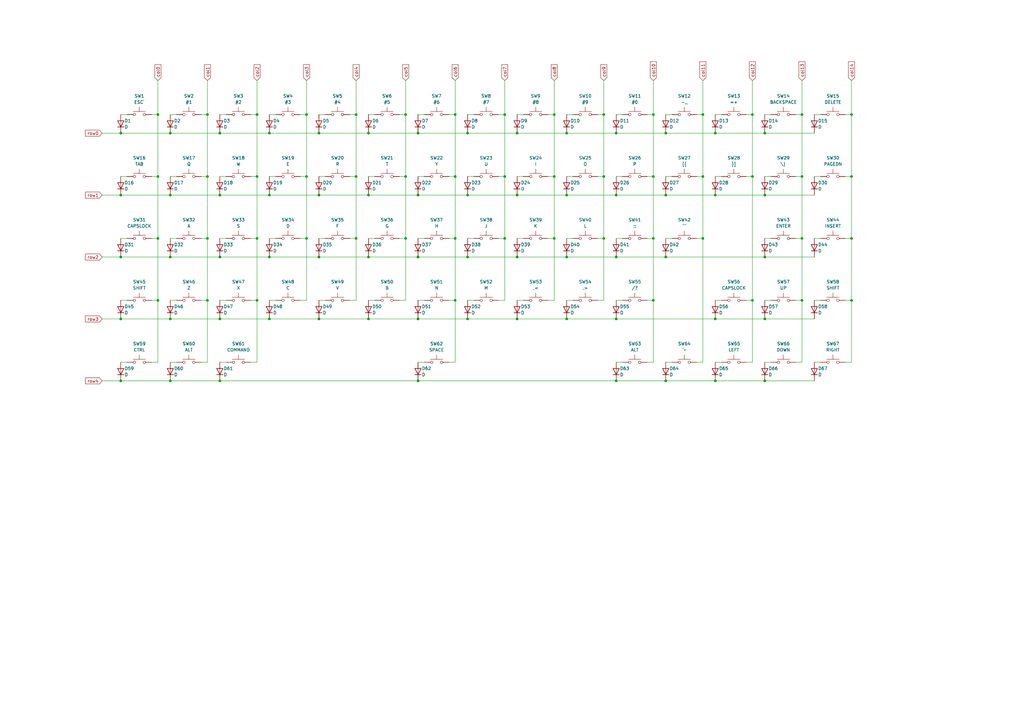
<source format=kicad_sch>
(kicad_sch (version 20250114) (generator "eeschema") (generator_version "9.0")
  (paper "A3")
  (junction (at 313.69 105.41))
  (junction (at 267.97 72.39))
  (junction (at 267.97 46.99))
  (junction (at 328.93 123.19))
  (junction (at 252.73 54.61))
  (junction (at 349.25 123.19))
  (junction (at 186.69 97.79))
  (junction (at 288.29 46.99))
  (junction (at 267.97 97.79))
  (junction (at 232.41 80.01))
  (junction (at 90.17 156.21))
  (junction (at 232.41 54.61))
  (junction (at 191.77 105.41))
  (junction (at 69.85 105.41))
  (junction (at 125.73 72.39))
  (junction (at 171.45 105.41))
  (junction (at 85.09 72.39))
  (junction (at 212.09 80.01))
  (junction (at 212.09 130.81))
  (junction (at 166.37 72.39))
  (junction (at 273.05 80.01))
  (junction (at 125.73 46.99))
  (junction (at 252.73 105.41))
  (junction (at 130.81 80.01))
  (junction (at 69.85 80.01))
  (junction (at 90.17 130.81))
  (junction (at 308.61 123.19))
  (junction (at 186.69 46.99))
  (junction (at 349.25 72.39))
  (junction (at 49.53 80.01))
  (junction (at 49.53 54.61))
  (junction (at 151.13 80.01))
  (junction (at 308.61 46.99))
  (junction (at 273.05 156.21))
  (junction (at 212.09 54.61))
  (junction (at 227.33 97.79))
  (junction (at 207.01 72.39))
  (junction (at 227.33 46.99))
  (junction (at 232.41 105.41))
  (junction (at 207.01 46.99))
  (junction (at 130.81 130.81))
  (junction (at 349.25 46.99))
  (junction (at 273.05 54.61))
  (junction (at 110.49 54.61))
  (junction (at 313.69 54.61))
  (junction (at 151.13 54.61))
  (junction (at 288.29 72.39))
  (junction (at 130.81 105.41))
  (junction (at 191.77 54.61))
  (junction (at 252.73 156.21))
  (junction (at 171.45 156.21))
  (junction (at 191.77 80.01))
  (junction (at 313.69 130.81))
  (junction (at 105.41 72.39))
  (junction (at 313.69 80.01))
  (junction (at 146.05 46.99))
  (junction (at 151.13 105.41))
  (junction (at 49.53 130.81))
  (junction (at 49.53 156.21))
  (junction (at 105.41 123.19))
  (junction (at 166.37 46.99))
  (junction (at 146.05 97.79))
  (junction (at 293.37 80.01))
  (junction (at 349.25 97.79))
  (junction (at 191.77 130.81))
  (junction (at 247.65 46.99))
  (junction (at 288.29 97.79))
  (junction (at 232.41 130.81))
  (junction (at 130.81 54.61))
  (junction (at 69.85 156.21))
  (junction (at 247.65 97.79))
  (junction (at 125.73 97.79))
  (junction (at 166.37 97.79))
  (junction (at 171.45 130.81))
  (junction (at 293.37 130.81))
  (junction (at 171.45 54.61))
  (junction (at 207.01 97.79))
  (junction (at 313.69 156.21))
  (junction (at 171.45 80.01))
  (junction (at 110.49 105.41))
  (junction (at 85.09 46.99))
  (junction (at 110.49 130.81))
  (junction (at 64.77 72.39))
  (junction (at 212.09 105.41))
  (junction (at 247.65 72.39))
  (junction (at 151.13 130.81))
  (junction (at 328.93 72.39))
  (junction (at 293.37 54.61))
  (junction (at 69.85 54.61))
  (junction (at 105.41 97.79))
  (junction (at 328.93 46.99))
  (junction (at 227.33 72.39))
  (junction (at 186.69 123.19))
  (junction (at 90.17 105.41))
  (junction (at 85.09 97.79))
  (junction (at 146.05 72.39))
  (junction (at 69.85 130.81))
  (junction (at 273.05 105.41))
  (junction (at 49.53 105.41))
  (junction (at 64.77 46.99))
  (junction (at 64.77 97.79))
  (junction (at 90.17 54.61))
  (junction (at 293.37 156.21))
  (junction (at 64.77 123.19))
  (junction (at 252.73 130.81))
  (junction (at 110.49 80.01))
  (junction (at 267.97 123.19))
  (junction (at 85.09 123.19))
  (junction (at 90.17 80.01))
  (junction (at 186.69 72.39))
  (junction (at 308.61 72.39))
  (junction (at 328.93 97.79))
  (junction (at 105.41 46.99))
  (junction (at 252.73 80.01))
  (wire (pts (xy 90.17 46.99) (xy 92.71 46.99)))
  (wire (pts (xy 346.71 46.99) (xy 349.25 46.99)))
  (wire (pts (xy 69.85 97.79) (xy 72.39 97.79)))
  (wire (pts (xy 191.77 80.01) (xy 212.09 80.01)))
  (wire (pts (xy 313.69 54.61) (xy 334.01 54.61)))
  (wire (pts (xy 90.17 130.81) (xy 110.49 130.81)))
  (wire (pts (xy 232.41 54.61) (xy 252.73 54.61)))
  (wire (pts (xy 334.01 97.79) (xy 336.55 97.79)))
  (wire (pts (xy 69.85 105.41) (xy 90.17 105.41)))
  (wire (pts (xy 49.53 148.59) (xy 52.07 148.59)))
  (wire (pts (xy 186.69 46.99) (xy 186.69 72.39)))
  (wire (pts (xy 285.75 97.79) (xy 288.29 97.79)))
  (wire (pts (xy 90.17 80.01) (xy 110.49 80.01)))
  (wire (pts (xy 130.81 72.39) (xy 133.35 72.39)))
  (wire (pts (xy 151.13 105.41) (xy 171.45 105.41)))
  (wire (pts (xy 171.45 54.61) (xy 191.77 54.61)))
  (wire (pts (xy 143.51 123.19) (xy 146.05 123.19)))
  (wire (pts (xy 69.85 80.01) (xy 90.17 80.01)))
  (wire (pts (xy 306.07 123.19) (xy 308.61 123.19)))
  (wire (pts (xy 204.47 123.19) (xy 207.01 123.19)))
  (wire (pts (xy 326.39 46.99) (xy 328.93 46.99)))
  (wire (pts (xy 62.23 148.59) (xy 64.77 148.59)))
  (wire (pts (xy 171.45 105.41) (xy 191.77 105.41)))
  (wire (pts (xy 212.09 72.39) (xy 214.63 72.39)))
  (wire (pts (xy 212.09 105.41) (xy 232.41 105.41)))
  (wire (pts (xy 191.77 72.39) (xy 194.31 72.39)))
  (wire (pts (xy 110.49 80.01) (xy 130.81 80.01)))
  (wire (pts (xy 191.77 123.19) (xy 194.31 123.19)))
  (wire (pts (xy 232.41 46.99) (xy 234.95 46.99)))
  (wire (pts (xy 82.55 148.59) (xy 85.09 148.59)))
  (wire (pts (xy 123.19 123.19) (xy 125.73 123.19)))
  (wire (pts (xy 232.41 105.41) (xy 252.73 105.41)))
  (wire (pts (xy 130.81 123.19) (xy 133.35 123.19)))
  (wire (pts (xy 267.97 123.19) (xy 267.97 148.59)))
  (wire (pts (xy 49.53 156.21) (xy 69.85 156.21)))
  (wire (pts (xy 334.01 46.99) (xy 336.55 46.99)))
  (wire (pts (xy 313.69 72.39) (xy 316.23 72.39)))
  (wire (pts (xy 123.19 97.79) (xy 125.73 97.79)))
  (wire (pts (xy 130.81 105.41) (xy 151.13 105.41)))
  (wire (pts (xy 252.73 80.01) (xy 273.05 80.01)))
  (wire (pts (xy 232.41 123.19) (xy 234.95 123.19)))
  (wire (pts (xy 166.37 33.02) (xy 166.37 46.99)))
  (wire (pts (xy 151.13 97.79) (xy 153.67 97.79)))
  (wire (pts (xy 313.69 105.41) (xy 334.01 105.41)))
  (wire (pts (xy 207.01 33.02) (xy 207.01 46.99)))
  (wire (pts (xy 207.01 97.79) (xy 207.01 123.19)))
  (wire (pts (xy 62.23 72.39) (xy 64.77 72.39)))
  (wire (pts (xy 49.53 97.79) (xy 52.07 97.79)))
  (wire (pts (xy 41.91 130.81) (xy 49.53 130.81)))
  (wire (pts (xy 130.81 54.61) (xy 151.13 54.61)))
  (wire (pts (xy 62.23 97.79) (xy 64.77 97.79)))
  (wire (pts (xy 171.45 156.21) (xy 252.73 156.21)))
  (wire (pts (xy 247.65 97.79) (xy 247.65 123.19)))
  (wire (pts (xy 82.55 46.99) (xy 85.09 46.99)))
  (wire (pts (xy 245.11 123.19) (xy 247.65 123.19)))
  (wire (pts (xy 273.05 97.79) (xy 275.59 97.79)))
  (wire (pts (xy 110.49 130.81) (xy 130.81 130.81)))
  (wire (pts (xy 306.07 148.59) (xy 308.61 148.59)))
  (wire (pts (xy 349.25 123.19) (xy 349.25 148.59)))
  (wire (pts (xy 184.15 123.19) (xy 186.69 123.19)))
  (wire (pts (xy 252.73 46.99) (xy 255.27 46.99)))
  (wire (pts (xy 232.41 97.79) (xy 234.95 97.79)))
  (wire (pts (xy 349.25 72.39) (xy 349.25 97.79)))
  (wire (pts (xy 313.69 130.81) (xy 334.01 130.81)))
  (wire (pts (xy 85.09 123.19) (xy 85.09 148.59)))
  (wire (pts (xy 313.69 97.79) (xy 316.23 97.79)))
  (wire (pts (xy 267.97 72.39) (xy 267.97 97.79)))
  (wire (pts (xy 186.69 123.19) (xy 186.69 148.59)))
  (wire (pts (xy 151.13 123.19) (xy 153.67 123.19)))
  (wire (pts (xy 85.09 46.99) (xy 85.09 72.39)))
  (wire (pts (xy 110.49 123.19) (xy 113.03 123.19)))
  (wire (pts (xy 49.53 105.41) (xy 69.85 105.41)))
  (wire (pts (xy 191.77 105.41) (xy 212.09 105.41)))
  (wire (pts (xy 110.49 105.41) (xy 130.81 105.41)))
  (wire (pts (xy 204.47 46.99) (xy 207.01 46.99)))
  (wire (pts (xy 227.33 97.79) (xy 227.33 123.19)))
  (wire (pts (xy 105.41 46.99) (xy 105.41 72.39)))
  (wire (pts (xy 163.83 97.79) (xy 166.37 97.79)))
  (wire (pts (xy 105.41 97.79) (xy 105.41 123.19)))
  (wire (pts (xy 227.33 33.02) (xy 227.33 46.99)))
  (wire (pts (xy 232.41 80.01) (xy 252.73 80.01)))
  (wire (pts (xy 326.39 97.79) (xy 328.93 97.79)))
  (wire (pts (xy 166.37 72.39) (xy 166.37 97.79)))
  (wire (pts (xy 346.71 123.19) (xy 349.25 123.19)))
  (wire (pts (xy 151.13 54.61) (xy 171.45 54.61)))
  (wire (pts (xy 265.43 72.39) (xy 267.97 72.39)))
  (wire (pts (xy 252.73 130.81) (xy 293.37 130.81)))
  (wire (pts (xy 85.09 72.39) (xy 85.09 97.79)))
  (wire (pts (xy 293.37 80.01) (xy 313.69 80.01)))
  (wire (pts (xy 285.75 148.59) (xy 288.29 148.59)))
  (wire (pts (xy 308.61 72.39) (xy 308.61 123.19)))
  (wire (pts (xy 41.91 54.61) (xy 49.53 54.61)))
  (wire (pts (xy 212.09 130.81) (xy 232.41 130.81)))
  (wire (pts (xy 293.37 130.81) (xy 313.69 130.81)))
  (wire (pts (xy 90.17 72.39) (xy 92.71 72.39)))
  (wire (pts (xy 69.85 46.99) (xy 72.39 46.99)))
  (wire (pts (xy 90.17 54.61) (xy 110.49 54.61)))
  (wire (pts (xy 102.87 46.99) (xy 105.41 46.99)))
  (wire (pts (xy 105.41 72.39) (xy 105.41 97.79)))
  (wire (pts (xy 224.79 72.39) (xy 227.33 72.39)))
  (wire (pts (xy 204.47 72.39) (xy 207.01 72.39)))
  (wire (pts (xy 191.77 130.81) (xy 212.09 130.81)))
  (wire (pts (xy 171.45 97.79) (xy 173.99 97.79)))
  (wire (pts (xy 191.77 97.79) (xy 194.31 97.79)))
  (wire (pts (xy 349.25 97.79) (xy 349.25 123.19)))
  (wire (pts (xy 163.83 72.39) (xy 166.37 72.39)))
  (wire (pts (xy 227.33 46.99) (xy 227.33 72.39)))
  (wire (pts (xy 273.05 148.59) (xy 275.59 148.59)))
  (wire (pts (xy 288.29 33.02) (xy 288.29 46.99)))
  (wire (pts (xy 49.53 80.01) (xy 69.85 80.01)))
  (wire (pts (xy 143.51 97.79) (xy 146.05 97.79)))
  (wire (pts (xy 85.09 33.02) (xy 85.09 46.99)))
  (wire (pts (xy 346.71 148.59) (xy 349.25 148.59)))
  (wire (pts (xy 184.15 148.59) (xy 186.69 148.59)))
  (wire (pts (xy 166.37 46.99) (xy 166.37 72.39)))
  (wire (pts (xy 224.79 46.99) (xy 227.33 46.99)))
  (wire (pts (xy 212.09 54.61) (xy 232.41 54.61)))
  (wire (pts (xy 212.09 97.79) (xy 214.63 97.79)))
  (wire (pts (xy 288.29 72.39) (xy 288.29 97.79)))
  (wire (pts (xy 163.83 46.99) (xy 166.37 46.99)))
  (wire (pts (xy 110.49 54.61) (xy 130.81 54.61)))
  (wire (pts (xy 326.39 148.59) (xy 328.93 148.59)))
  (wire (pts (xy 49.53 72.39) (xy 52.07 72.39)))
  (wire (pts (xy 151.13 130.81) (xy 171.45 130.81)))
  (wire (pts (xy 130.81 97.79) (xy 133.35 97.79)))
  (wire (pts (xy 130.81 46.99) (xy 133.35 46.99)))
  (wire (pts (xy 293.37 123.19) (xy 295.91 123.19)))
  (wire (pts (xy 212.09 80.01) (xy 232.41 80.01)))
  (wire (pts (xy 293.37 156.21) (xy 313.69 156.21)))
  (wire (pts (xy 328.93 46.99) (xy 328.93 72.39)))
  (wire (pts (xy 313.69 46.99) (xy 316.23 46.99)))
  (wire (pts (xy 293.37 46.99) (xy 295.91 46.99)))
  (wire (pts (xy 306.07 46.99) (xy 308.61 46.99)))
  (wire (pts (xy 186.69 97.79) (xy 186.69 123.19)))
  (wire (pts (xy 308.61 33.02) (xy 308.61 46.99)))
  (wire (pts (xy 49.53 54.61) (xy 69.85 54.61)))
  (wire (pts (xy 273.05 80.01) (xy 293.37 80.01)))
  (wire (pts (xy 207.01 72.39) (xy 207.01 97.79)))
  (wire (pts (xy 146.05 33.02) (xy 146.05 46.99)))
  (wire (pts (xy 62.23 46.99) (xy 64.77 46.99)))
  (wire (pts (xy 247.65 72.39) (xy 247.65 97.79)))
  (wire (pts (xy 102.87 123.19) (xy 105.41 123.19)))
  (wire (pts (xy 334.01 72.39) (xy 336.55 72.39)))
  (wire (pts (xy 252.73 54.61) (xy 273.05 54.61)))
  (wire (pts (xy 349.25 33.02) (xy 349.25 46.99)))
  (wire (pts (xy 328.93 33.02) (xy 328.93 46.99)))
  (wire (pts (xy 105.41 123.19) (xy 105.41 148.59)))
  (wire (pts (xy 171.45 148.59) (xy 173.99 148.59)))
  (wire (pts (xy 273.05 46.99) (xy 275.59 46.99)))
  (wire (pts (xy 293.37 148.59) (xy 295.91 148.59)))
  (wire (pts (xy 308.61 123.19) (xy 308.61 148.59)))
  (wire (pts (xy 184.15 72.39) (xy 186.69 72.39)))
  (wire (pts (xy 306.07 72.39) (xy 308.61 72.39)))
  (wire (pts (xy 64.77 72.39) (xy 64.77 97.79)))
  (wire (pts (xy 49.53 123.19) (xy 52.07 123.19)))
  (wire (pts (xy 227.33 72.39) (xy 227.33 97.79)))
  (wire (pts (xy 313.69 156.21) (xy 334.01 156.21)))
  (wire (pts (xy 64.77 97.79) (xy 64.77 123.19)))
  (wire (pts (xy 110.49 46.99) (xy 113.03 46.99)))
  (wire (pts (xy 273.05 72.39) (xy 275.59 72.39)))
  (wire (pts (xy 252.73 105.41) (xy 273.05 105.41)))
  (wire (pts (xy 82.55 123.19) (xy 85.09 123.19)))
  (wire (pts (xy 69.85 156.21) (xy 90.17 156.21)))
  (wire (pts (xy 123.19 46.99) (xy 125.73 46.99)))
  (wire (pts (xy 212.09 123.19) (xy 214.63 123.19)))
  (wire (pts (xy 171.45 46.99) (xy 173.99 46.99)))
  (wire (pts (xy 69.85 123.19) (xy 72.39 123.19)))
  (wire (pts (xy 252.73 148.59) (xy 255.27 148.59)))
  (wire (pts (xy 224.79 123.19) (xy 227.33 123.19)))
  (wire (pts (xy 252.73 123.19) (xy 255.27 123.19)))
  (wire (pts (xy 204.47 97.79) (xy 207.01 97.79)))
  (wire (pts (xy 245.11 46.99) (xy 247.65 46.99)))
  (wire (pts (xy 69.85 130.81) (xy 90.17 130.81)))
  (wire (pts (xy 267.97 97.79) (xy 267.97 123.19)))
  (wire (pts (xy 293.37 54.61) (xy 313.69 54.61)))
  (wire (pts (xy 90.17 123.19) (xy 92.71 123.19)))
  (wire (pts (xy 232.41 72.39) (xy 234.95 72.39)))
  (wire (pts (xy 326.39 72.39) (xy 328.93 72.39)))
  (wire (pts (xy 171.45 72.39) (xy 173.99 72.39)))
  (wire (pts (xy 273.05 105.41) (xy 313.69 105.41)))
  (wire (pts (xy 90.17 97.79) (xy 92.71 97.79)))
  (wire (pts (xy 326.39 123.19) (xy 328.93 123.19)))
  (wire (pts (xy 69.85 72.39) (xy 72.39 72.39)))
  (wire (pts (xy 125.73 46.99) (xy 125.73 72.39)))
  (wire (pts (xy 232.41 130.81) (xy 252.73 130.81)))
  (wire (pts (xy 265.43 46.99) (xy 267.97 46.99)))
  (wire (pts (xy 334.01 148.59) (xy 336.55 148.59)))
  (wire (pts (xy 334.01 123.19) (xy 336.55 123.19)))
  (wire (pts (xy 267.97 46.99) (xy 267.97 72.39)))
  (wire (pts (xy 151.13 80.01) (xy 171.45 80.01)))
  (wire (pts (xy 41.91 105.41) (xy 49.53 105.41)))
  (wire (pts (xy 346.71 97.79) (xy 349.25 97.79)))
  (wire (pts (xy 90.17 148.59) (xy 92.71 148.59)))
  (wire (pts (xy 49.53 46.99) (xy 52.07 46.99)))
  (wire (pts (xy 186.69 72.39) (xy 186.69 97.79)))
  (wire (pts (xy 110.49 72.39) (xy 113.03 72.39)))
  (wire (pts (xy 328.93 97.79) (xy 328.93 123.19)))
  (wire (pts (xy 349.25 46.99) (xy 349.25 72.39)))
  (wire (pts (xy 212.09 46.99) (xy 214.63 46.99)))
  (wire (pts (xy 252.73 72.39) (xy 255.27 72.39)))
  (wire (pts (xy 143.51 72.39) (xy 146.05 72.39)))
  (wire (pts (xy 273.05 156.21) (xy 293.37 156.21)))
  (wire (pts (xy 62.23 123.19) (xy 64.77 123.19)))
  (wire (pts (xy 105.41 33.02) (xy 105.41 46.99)))
  (wire (pts (xy 247.65 46.99) (xy 247.65 72.39)))
  (wire (pts (xy 313.69 80.01) (xy 334.01 80.01)))
  (wire (pts (xy 85.09 97.79) (xy 85.09 123.19)))
  (wire (pts (xy 90.17 105.41) (xy 110.49 105.41)))
  (wire (pts (xy 123.19 72.39) (xy 125.73 72.39)))
  (wire (pts (xy 207.01 46.99) (xy 207.01 72.39)))
  (wire (pts (xy 82.55 72.39) (xy 85.09 72.39)))
  (wire (pts (xy 69.85 148.59) (xy 72.39 148.59)))
  (wire (pts (xy 191.77 46.99) (xy 194.31 46.99)))
  (wire (pts (xy 288.29 46.99) (xy 288.29 72.39)))
  (wire (pts (xy 328.93 72.39) (xy 328.93 97.79)))
  (wire (pts (xy 64.77 33.02) (xy 64.77 46.99)))
  (wire (pts (xy 247.65 33.02) (xy 247.65 46.99)))
  (wire (pts (xy 265.43 97.79) (xy 267.97 97.79)))
  (wire (pts (xy 64.77 46.99) (xy 64.77 72.39)))
  (wire (pts (xy 90.17 156.21) (xy 171.45 156.21)))
  (wire (pts (xy 186.69 33.02) (xy 186.69 46.99)))
  (wire (pts (xy 328.93 123.19) (xy 328.93 148.59)))
  (wire (pts (xy 171.45 80.01) (xy 191.77 80.01)))
  (wire (pts (xy 171.45 123.19) (xy 173.99 123.19)))
  (wire (pts (xy 265.43 123.19) (xy 267.97 123.19)))
  (wire (pts (xy 41.91 80.01) (xy 49.53 80.01)))
  (wire (pts (xy 110.49 97.79) (xy 113.03 97.79)))
  (wire (pts (xy 151.13 72.39) (xy 153.67 72.39)))
  (wire (pts (xy 313.69 123.19) (xy 316.23 123.19)))
  (wire (pts (xy 146.05 97.79) (xy 146.05 123.19)))
  (wire (pts (xy 146.05 46.99) (xy 146.05 72.39)))
  (wire (pts (xy 346.71 72.39) (xy 349.25 72.39)))
  (wire (pts (xy 252.73 97.79) (xy 255.27 97.79)))
  (wire (pts (xy 245.11 97.79) (xy 247.65 97.79)))
  (wire (pts (xy 102.87 72.39) (xy 105.41 72.39)))
  (wire (pts (xy 267.97 33.02) (xy 267.97 46.99)))
  (wire (pts (xy 184.15 46.99) (xy 186.69 46.99)))
  (wire (pts (xy 313.69 148.59) (xy 316.23 148.59)))
  (wire (pts (xy 184.15 97.79) (xy 186.69 97.79)))
  (wire (pts (xy 293.37 72.39) (xy 295.91 72.39)))
  (wire (pts (xy 252.73 156.21) (xy 273.05 156.21)))
  (wire (pts (xy 49.53 130.81) (xy 69.85 130.81)))
  (wire (pts (xy 102.87 97.79) (xy 105.41 97.79)))
  (wire (pts (xy 285.75 72.39) (xy 288.29 72.39)))
  (wire (pts (xy 273.05 54.61) (xy 293.37 54.61)))
  (wire (pts (xy 82.55 97.79) (xy 85.09 97.79)))
  (wire (pts (xy 171.45 130.81) (xy 191.77 130.81)))
  (wire (pts (xy 102.87 148.59) (xy 105.41 148.59)))
  (wire (pts (xy 151.13 46.99) (xy 153.67 46.99)))
  (wire (pts (xy 130.81 80.01) (xy 151.13 80.01)))
  (wire (pts (xy 146.05 72.39) (xy 146.05 97.79)))
  (wire (pts (xy 191.77 54.61) (xy 212.09 54.61)))
  (wire (pts (xy 265.43 148.59) (xy 267.97 148.59)))
  (wire (pts (xy 64.77 123.19) (xy 64.77 148.59)))
  (wire (pts (xy 143.51 46.99) (xy 146.05 46.99)))
  (wire (pts (xy 41.91 156.21) (xy 49.53 156.21)))
  (wire (pts (xy 125.73 97.79) (xy 125.73 123.19)))
  (wire (pts (xy 245.11 72.39) (xy 247.65 72.39)))
  (wire (pts (xy 163.83 123.19) (xy 166.37 123.19)))
  (wire (pts (xy 69.85 54.61) (xy 90.17 54.61)))
  (wire (pts (xy 125.73 72.39) (xy 125.73 97.79)))
  (wire (pts (xy 130.81 130.81) (xy 151.13 130.81)))
  (wire (pts (xy 125.73 33.02) (xy 125.73 46.99)))
  (wire (pts (xy 308.61 46.99) (xy 308.61 72.39)))
  (wire (pts (xy 166.37 97.79) (xy 166.37 123.19)))
  (wire (pts (xy 288.29 97.79) (xy 288.29 148.59)))
  (wire (pts (xy 224.79 97.79) (xy 227.33 97.79)))
  (wire (pts (xy 285.75 46.99) (xy 288.29 46.99)))
  (global_label "col0" (shape input) (at 64.77 33.02 90) (property "Intersheetrefs" "${INTERSHEET_REFS}" (effects (hide yes))))
  (global_label "col5" (shape input) (at 166.37 33.02 90) (property "Intersheetrefs" "${INTERSHEET_REFS}" (effects (hide yes))))
  (global_label "col9" (shape input) (at 247.65 33.02 90) (property "Intersheetrefs" "${INTERSHEET_REFS}" (effects (hide yes))))
  (global_label "col10" (shape input) (at 267.97 33.02 90) (property "Intersheetrefs" "${INTERSHEET_REFS}" (effects (hide yes))))
  (global_label "col2" (shape input) (at 105.41 33.02 90) (property "Intersheetrefs" "${INTERSHEET_REFS}" (effects (hide yes))))
  (global_label "row2" (shape input) (at 41.91 105.41 180) (property "Intersheetrefs" "${INTERSHEET_REFS}" (effects (hide yes))))
  (global_label "col7" (shape input) (at 207.01 33.02 90) (property "Intersheetrefs" "${INTERSHEET_REFS}" (effects (hide yes))))
  (global_label "row3" (shape input) (at 41.91 130.81 180) (property "Intersheetrefs" "${INTERSHEET_REFS}" (effects (hide yes))))
  (global_label "row0" (shape input) (at 41.91 54.61 180) (property "Intersheetrefs" "${INTERSHEET_REFS}" (effects (hide yes))))
  (global_label "col8" (shape input) (at 227.33 33.02 90) (property "Intersheetrefs" "${INTERSHEET_REFS}" (effects (hide yes))))
  (global_label "row1" (shape input) (at 41.91 80.01 180) (property "Intersheetrefs" "${INTERSHEET_REFS}" (effects (hide yes))))
  (global_label "row4" (shape input) (at 41.91 156.21 180) (property "Intersheetrefs" "${INTERSHEET_REFS}" (effects (hide yes))))
  (global_label "col11" (shape input) (at 288.29 33.02 90) (property "Intersheetrefs" "${INTERSHEET_REFS}" (effects (hide yes))))
  (global_label "col4" (shape input) (at 146.05 33.02 90) (property "Intersheetrefs" "${INTERSHEET_REFS}" (effects (hide yes))))
  (global_label "col6" (shape input) (at 186.69 33.02 90) (property "Intersheetrefs" "${INTERSHEET_REFS}" (effects (hide yes))))
  (global_label "col3" (shape input) (at 125.73 33.02 90) (property "Intersheetrefs" "${INTERSHEET_REFS}" (effects (hide yes))))
  (global_label "col14" (shape input) (at 349.25 33.02 90) (property "Intersheetrefs" "${INTERSHEET_REFS}" (effects (hide yes))))
  (global_label "col12" (shape input) (at 308.61 33.02 90) (property "Intersheetrefs" "${INTERSHEET_REFS}" (effects (hide yes))))
  (global_label "col1" (shape input) (at 85.09 33.02 90) (property "Intersheetrefs" "${INTERSHEET_REFS}" (effects (hide yes))))
  (global_label "col13" (shape input) (at 328.93 33.02 90) (property "Intersheetrefs" "${INTERSHEET_REFS}" (effects (hide yes))))
  (symbol (lib_id "Device:D") (at 130.81 76.2 90) (unit 1)
    (property "Reference" "D20" (at 132.334 74.93 90) (effects (justify right)))
    (property "Value" "D" (at 132.334 77.47 90) (effects (justify right)))
    (property "Description" "Diode" (effects (hide yes)))
    (property "Sim.Device" "D" (effects (hide yes)))
    (property "Sim.Pins" "1=K 2=A" (effects (hide yes)))
  )
  (symbol (lib_id "Switch:SW_Push") (at 341.63 72.39 0) (unit 1)
    (property "Reference" "SW30" (at 341.63 64.77 0))
    (property "Value" "PAGEDN" (at 341.63 67.31 0))
    (property "Description" "Push button switch, generic, two pins" (effects (hide yes)))
  )
  (symbol (lib_id "Device:D") (at 252.73 101.6 90) (unit 1)
    (property "Reference" "D41" (at 254.254 100.33 90) (effects (justify right)))
    (property "Value" "D" (at 254.254 102.87 90) (effects (justify right)))
    (property "Description" "Diode" (effects (hide yes)))
    (property "Sim.Device" "D" (effects (hide yes)))
    (property "Sim.Pins" "1=K 2=A" (effects (hide yes)))
  )
  (symbol (lib_id "Device:D") (at 151.13 127 90) (unit 1)
    (property "Reference" "D50" (at 152.654 125.73 90) (effects (justify right)))
    (property "Value" "D" (at 152.654 128.27 90) (effects (justify right)))
    (property "Description" "Diode" (effects (hide yes)))
    (property "Sim.Device" "D" (effects (hide yes)))
    (property "Sim.Pins" "1=K 2=A" (effects (hide yes)))
  )
  (symbol (lib_id "Switch:SW_Push") (at 118.11 72.39 0) (unit 1)
    (property "Reference" "SW19" (at 118.11 64.77 0))
    (property "Value" "E" (at 118.11 67.31 0))
    (property "Description" "Push button switch, generic, two pins" (effects (hide yes)))
  )
  (symbol (lib_id "Device:D") (at 293.37 152.4 90) (unit 1)
    (property "Reference" "D65" (at 294.894 151.13 90) (effects (justify right)))
    (property "Value" "D" (at 294.894 153.67 90) (effects (justify right)))
    (property "Description" "Diode" (effects (hide yes)))
    (property "Sim.Device" "D" (effects (hide yes)))
    (property "Sim.Pins" "1=K 2=A" (effects (hide yes)))
  )
  (symbol (lib_id "Switch:SW_Push") (at 77.47 123.19 0) (unit 1)
    (property "Reference" "SW46" (at 77.47 115.57 0))
    (property "Value" "Z" (at 77.47 118.11 0))
    (property "Description" "Push button switch, generic, two pins" (effects (hide yes)))
  )
  (symbol (lib_id "Switch:SW_Push") (at 300.99 46.99 0) (unit 1)
    (property "Reference" "SW13" (at 300.99 39.37 0))
    (property "Value" "=+" (at 300.99 41.91 0))
    (property "Description" "Push button switch, generic, two pins" (effects (hide yes)))
  )
  (symbol (lib_id "Device:D") (at 49.53 101.6 90) (unit 1)
    (property "Reference" "D31" (at 51.054 100.33 90) (effects (justify right)))
    (property "Value" "D" (at 51.054 102.87 90) (effects (justify right)))
    (property "Description" "Diode" (effects (hide yes)))
    (property "Sim.Device" "D" (effects (hide yes)))
    (property "Sim.Pins" "1=K 2=A" (effects (hide yes)))
  )
  (symbol (lib_id "Switch:SW_Push") (at 341.63 148.59 0) (unit 1)
    (property "Reference" "SW67" (at 341.63 140.97 0))
    (property "Value" "RIGHT" (at 341.63 143.51 0))
    (property "Description" "Push button switch, generic, two pins" (effects (hide yes)))
  )
  (symbol (lib_id "Device:D") (at 273.05 76.2 90) (unit 1)
    (property "Reference" "D27" (at 274.574 74.93 90) (effects (justify right)))
    (property "Value" "D" (at 274.574 77.47 90) (effects (justify right)))
    (property "Description" "Diode" (effects (hide yes)))
    (property "Sim.Device" "D" (effects (hide yes)))
    (property "Sim.Pins" "1=K 2=A" (effects (hide yes)))
  )
  (symbol (lib_id "Switch:SW_Push") (at 219.71 72.39 0) (unit 1)
    (property "Reference" "SW24" (at 219.71 64.77 0))
    (property "Value" "I" (at 219.71 67.31 0))
    (property "Description" "Push button switch, generic, two pins" (effects (hide yes)))
  )
  (symbol (lib_id "Switch:SW_Push") (at 341.63 97.79 0) (unit 1)
    (property "Reference" "SW44" (at 341.63 90.17 0))
    (property "Value" "INSERT" (at 341.63 92.71 0))
    (property "Description" "Push button switch, generic, two pins" (effects (hide yes)))
  )
  (symbol (lib_id "Device:D") (at 252.73 50.8 90) (unit 1)
    (property "Reference" "D11" (at 254.254 49.53 90) (effects (justify right)))
    (property "Value" "D" (at 254.254 52.07 90) (effects (justify right)))
    (property "Description" "Diode" (effects (hide yes)))
    (property "Sim.Device" "D" (effects (hide yes)))
    (property "Sim.Pins" "1=K 2=A" (effects (hide yes)))
  )
  (symbol (lib_id "Switch:SW_Push") (at 341.63 123.19 0) (unit 1)
    (property "Reference" "SW58" (at 341.63 115.57 0))
    (property "Value" "SHIFT" (at 341.63 118.11 0))
    (property "Description" "Push button switch, generic, two pins" (effects (hide yes)))
  )
  (symbol (lib_id "Switch:SW_Push") (at 118.11 46.99 0) (unit 1)
    (property "Reference" "SW4" (at 118.11 39.37 0))
    (property "Value" "#3" (at 118.11 41.91 0))
    (property "Description" "Push button switch, generic, two pins" (effects (hide yes)))
  )
  (symbol (lib_id "Device:D") (at 273.05 152.4 90) (unit 1)
    (property "Reference" "D64" (at 274.574 151.13 90) (effects (justify right)))
    (property "Value" "D" (at 274.574 153.67 90) (effects (justify right)))
    (property "Description" "Diode" (effects (hide yes)))
    (property "Sim.Device" "D" (effects (hide yes)))
    (property "Sim.Pins" "1=K 2=A" (effects (hide yes)))
  )
  (symbol (lib_id "Device:D") (at 313.69 152.4 90) (unit 1)
    (property "Reference" "D66" (at 315.214 151.13 90) (effects (justify right)))
    (property "Value" "D" (at 315.214 153.67 90) (effects (justify right)))
    (property "Description" "Diode" (effects (hide yes)))
    (property "Sim.Device" "D" (effects (hide yes)))
    (property "Sim.Pins" "1=K 2=A" (effects (hide yes)))
  )
  (symbol (lib_id "Device:D") (at 171.45 50.8 90) (unit 1)
    (property "Reference" "D7" (at 172.974 49.53 90) (effects (justify right)))
    (property "Value" "D" (at 172.974 52.07 90) (effects (justify right)))
    (property "Description" "Diode" (effects (hide yes)))
    (property "Sim.Device" "D" (effects (hide yes)))
    (property "Sim.Pins" "1=K 2=A" (effects (hide yes)))
  )
  (symbol (lib_id "Device:D") (at 90.17 101.6 90) (unit 1)
    (property "Reference" "D33" (at 91.694 100.33 90) (effects (justify right)))
    (property "Value" "D" (at 91.694 102.87 90) (effects (justify right)))
    (property "Description" "Diode" (effects (hide yes)))
    (property "Sim.Device" "D" (effects (hide yes)))
    (property "Sim.Pins" "1=K 2=A" (effects (hide yes)))
  )
  (symbol (lib_id "Switch:SW_Push") (at 138.43 123.19 0) (unit 1)
    (property "Reference" "SW49" (at 138.43 115.57 0))
    (property "Value" "V" (at 138.43 118.11 0))
    (property "Description" "Push button switch, generic, two pins" (effects (hide yes)))
  )
  (symbol (lib_id "Device:D") (at 334.01 50.8 90) (unit 1)
    (property "Reference" "D15" (at 335.534 49.53 90) (effects (justify right)))
    (property "Value" "D" (at 335.534 52.07 90) (effects (justify right)))
    (property "Description" "Diode" (effects (hide yes)))
    (property "Sim.Device" "D" (effects (hide yes)))
    (property "Sim.Pins" "1=K 2=A" (effects (hide yes)))
  )
  (symbol (lib_id "Device:D") (at 110.49 76.2 90) (unit 1)
    (property "Reference" "D19" (at 112.014 74.93 90) (effects (justify right)))
    (property "Value" "D" (at 112.014 77.47 90) (effects (justify right)))
    (property "Description" "Diode" (effects (hide yes)))
    (property "Sim.Device" "D" (effects (hide yes)))
    (property "Sim.Pins" "1=K 2=A" (effects (hide yes)))
  )
  (symbol (lib_id "Device:D") (at 334.01 101.6 90) (unit 1)
    (property "Reference" "D44" (at 335.534 100.33 90) (effects (justify right)))
    (property "Value" "D" (at 335.534 102.87 90) (effects (justify right)))
    (property "Description" "Diode" (effects (hide yes)))
    (property "Sim.Device" "D" (effects (hide yes)))
    (property "Sim.Pins" "1=K 2=A" (effects (hide yes)))
  )
  (symbol (lib_id "Switch:SW_Push") (at 321.31 72.39 0) (unit 1)
    (property "Reference" "SW29" (at 321.31 64.77 0))
    (property "Value" "\\|" (at 321.31 67.31 0))
    (property "Description" "Push button switch, generic, two pins" (effects (hide yes)))
  )
  (symbol (lib_id "Device:D") (at 49.53 50.8 90) (unit 1)
    (property "Reference" "D1" (at 51.054 49.53 90) (effects (justify right)))
    (property "Value" "D" (at 51.054 52.07 90) (effects (justify right)))
    (property "Description" "Diode" (effects (hide yes)))
    (property "Sim.Device" "D" (effects (hide yes)))
    (property "Sim.Pins" "1=K 2=A" (effects (hide yes)))
  )
  (symbol (lib_id "Switch:SW_Push") (at 300.99 72.39 0) (unit 1)
    (property "Reference" "SW28" (at 300.99 64.77 0))
    (property "Value" "}]" (at 300.99 67.31 0))
    (property "Description" "Push button switch, generic, two pins" (effects (hide yes)))
  )
  (symbol (lib_id "Device:D") (at 334.01 152.4 90) (unit 1)
    (property "Reference" "D67" (at 335.534 151.13 90) (effects (justify right)))
    (property "Value" "D" (at 335.534 153.67 90) (effects (justify right)))
    (property "Description" "Diode" (effects (hide yes)))
    (property "Sim.Device" "D" (effects (hide yes)))
    (property "Sim.Pins" "1=K 2=A" (effects (hide yes)))
  )
  (symbol (lib_id "Switch:SW_Push") (at 57.15 123.19 0) (unit 1)
    (property "Reference" "SW45" (at 57.15 115.57 0))
    (property "Value" "SHIFT" (at 57.15 118.11 0))
    (property "Description" "Push button switch, generic, two pins" (effects (hide yes)))
  )
  (symbol (lib_id "Switch:SW_Push") (at 77.47 97.79 0) (unit 1)
    (property "Reference" "SW32" (at 77.47 90.17 0))
    (property "Value" "A" (at 77.47 92.71 0))
    (property "Description" "Push button switch, generic, two pins" (effects (hide yes)))
  )
  (symbol (lib_id "Device:D") (at 212.09 127 90) (unit 1)
    (property "Reference" "D53" (at 213.614 125.73 90) (effects (justify right)))
    (property "Value" "D" (at 213.614 128.27 90) (effects (justify right)))
    (property "Description" "Diode" (effects (hide yes)))
    (property "Sim.Device" "D" (effects (hide yes)))
    (property "Sim.Pins" "1=K 2=A" (effects (hide yes)))
  )
  (symbol (lib_id "Switch:SW_Push") (at 219.71 123.19 0) (unit 1)
    (property "Reference" "SW53" (at 219.71 115.57 0))
    (property "Value" ",<" (at 219.71 118.11 0))
    (property "Description" "Push button switch, generic, two pins" (effects (hide yes)))
  )
  (symbol (lib_id "Device:D") (at 69.85 127 90) (unit 1)
    (property "Reference" "D46" (at 71.374 125.73 90) (effects (justify right)))
    (property "Value" "D" (at 71.374 128.27 90) (effects (justify right)))
    (property "Description" "Diode" (effects (hide yes)))
    (property "Sim.Device" "D" (effects (hide yes)))
    (property "Sim.Pins" "1=K 2=A" (effects (hide yes)))
  )
  (symbol (lib_id "Switch:SW_Push") (at 199.39 97.79 0) (unit 1)
    (property "Reference" "SW38" (at 199.39 90.17 0))
    (property "Value" "J" (at 199.39 92.71 0))
    (property "Description" "Push button switch, generic, two pins" (effects (hide yes)))
  )
  (symbol (lib_id "Switch:SW_Push") (at 57.15 97.79 0) (unit 1)
    (property "Reference" "SW31" (at 57.15 90.17 0))
    (property "Value" "CAPSLOCK" (at 57.15 92.71 0))
    (property "Description" "Push button switch, generic, two pins" (effects (hide yes)))
  )
  (symbol (lib_id "Device:D") (at 313.69 76.2 90) (unit 1)
    (property "Reference" "D29" (at 315.214 74.93 90) (effects (justify right)))
    (property "Value" "D" (at 315.214 77.47 90) (effects (justify right)))
    (property "Description" "Diode" (effects (hide yes)))
    (property "Sim.Device" "D" (effects (hide yes)))
    (property "Sim.Pins" "1=K 2=A" (effects (hide yes)))
  )
  (symbol (lib_id "Switch:SW_Push") (at 97.79 148.59 0) (unit 1)
    (property "Reference" "SW61" (at 97.79 140.97 0))
    (property "Value" "COMMAND" (at 97.79 143.51 0))
    (property "Description" "Push button switch, generic, two pins" (effects (hide yes)))
  )
  (symbol (lib_id "Device:D") (at 69.85 101.6 90) (unit 1)
    (property "Reference" "D32" (at 71.374 100.33 90) (effects (justify right)))
    (property "Value" "D" (at 71.374 102.87 90) (effects (justify right)))
    (property "Description" "Diode" (effects (hide yes)))
    (property "Sim.Device" "D" (effects (hide yes)))
    (property "Sim.Pins" "1=K 2=A" (effects (hide yes)))
  )
  (symbol (lib_id "Switch:SW_Push") (at 260.35 148.59 0) (unit 1)
    (property "Reference" "SW63" (at 260.35 140.97 0))
    (property "Value" "ALT" (at 260.35 143.51 0))
    (property "Description" "Push button switch, generic, two pins" (effects (hide yes)))
  )
  (symbol (lib_id "Switch:SW_Push") (at 138.43 46.99 0) (unit 1)
    (property "Reference" "SW5" (at 138.43 39.37 0))
    (property "Value" "#4" (at 138.43 41.91 0))
    (property "Description" "Push button switch, generic, two pins" (effects (hide yes)))
  )
  (symbol (lib_id "Device:D") (at 151.13 76.2 90) (unit 1)
    (property "Reference" "D21" (at 152.654 74.93 90) (effects (justify right)))
    (property "Value" "D" (at 152.654 77.47 90) (effects (justify right)))
    (property "Description" "Diode" (effects (hide yes)))
    (property "Sim.Device" "D" (effects (hide yes)))
    (property "Sim.Pins" "1=K 2=A" (effects (hide yes)))
  )
  (symbol (lib_id "Device:D") (at 90.17 76.2 90) (unit 1)
    (property "Reference" "D18" (at 91.694 74.93 90) (effects (justify right)))
    (property "Value" "D" (at 91.694 77.47 90) (effects (justify right)))
    (property "Description" "Diode" (effects (hide yes)))
    (property "Sim.Device" "D" (effects (hide yes)))
    (property "Sim.Pins" "1=K 2=A" (effects (hide yes)))
  )
  (symbol (lib_id "Switch:SW_Push") (at 199.39 72.39 0) (unit 1)
    (property "Reference" "SW23" (at 199.39 64.77 0))
    (property "Value" "U" (at 199.39 67.31 0))
    (property "Description" "Push button switch, generic, two pins" (effects (hide yes)))
  )
  (symbol (lib_id "Device:D") (at 110.49 101.6 90) (unit 1)
    (property "Reference" "D34" (at 112.014 100.33 90) (effects (justify right)))
    (property "Value" "D" (at 112.014 102.87 90) (effects (justify right)))
    (property "Description" "Diode" (effects (hide yes)))
    (property "Sim.Device" "D" (effects (hide yes)))
    (property "Sim.Pins" "1=K 2=A" (effects (hide yes)))
  )
  (symbol (lib_id "Device:D") (at 191.77 127 90) (unit 1)
    (property "Reference" "D52" (at 193.294 125.73 90) (effects (justify right)))
    (property "Value" "D" (at 193.294 128.27 90) (effects (justify right)))
    (property "Description" "Diode" (effects (hide yes)))
    (property "Sim.Device" "D" (effects (hide yes)))
    (property "Sim.Pins" "1=K 2=A" (effects (hide yes)))
  )
  (symbol (lib_id "Switch:SW_Push") (at 240.03 123.19 0) (unit 1)
    (property "Reference" "SW54" (at 240.03 115.57 0))
    (property "Value" ".>" (at 240.03 118.11 0))
    (property "Description" "Push button switch, generic, two pins" (effects (hide yes)))
  )
  (symbol (lib_id "Device:D") (at 252.73 127 90) (unit 1)
    (property "Reference" "D55" (at 254.254 125.73 90) (effects (justify right)))
    (property "Value" "D" (at 254.254 128.27 90) (effects (justify right)))
    (property "Description" "Diode" (effects (hide yes)))
    (property "Sim.Device" "D" (effects (hide yes)))
    (property "Sim.Pins" "1=K 2=A" (effects (hide yes)))
  )
  (symbol (lib_id "Device:D") (at 171.45 76.2 90) (unit 1)
    (property "Reference" "D22" (at 172.974 74.93 90) (effects (justify right)))
    (property "Value" "D" (at 172.974 77.47 90) (effects (justify right)))
    (property "Description" "Diode" (effects (hide yes)))
    (property "Sim.Device" "D" (effects (hide yes)))
    (property "Sim.Pins" "1=K 2=A" (effects (hide yes)))
  )
  (symbol (lib_id "Switch:SW_Push") (at 240.03 97.79 0) (unit 1)
    (property "Reference" "SW40" (at 240.03 90.17 0))
    (property "Value" "L" (at 240.03 92.71 0))
    (property "Description" "Push button switch, generic, two pins" (effects (hide yes)))
  )
  (symbol (lib_id "Device:D") (at 69.85 76.2 90) (unit 1)
    (property "Reference" "D17" (at 71.374 74.93 90) (effects (justify right)))
    (property "Value" "D" (at 71.374 77.47 90) (effects (justify right)))
    (property "Description" "Diode" (effects (hide yes)))
    (property "Sim.Device" "D" (effects (hide yes)))
    (property "Sim.Pins" "1=K 2=A" (effects (hide yes)))
  )
  (symbol (lib_id "Switch:SW_Push") (at 321.31 97.79 0) (unit 1)
    (property "Reference" "SW43" (at 321.31 90.17 0))
    (property "Value" "ENTER" (at 321.31 92.71 0))
    (property "Description" "Push button switch, generic, two pins" (effects (hide yes)))
  )
  (symbol (lib_id "Device:D") (at 151.13 50.8 90) (unit 1)
    (property "Reference" "D6" (at 152.654 49.53 90) (effects (justify right)))
    (property "Value" "D" (at 152.654 52.07 90) (effects (justify right)))
    (property "Description" "Diode" (effects (hide yes)))
    (property "Sim.Device" "D" (effects (hide yes)))
    (property "Sim.Pins" "1=K 2=A" (effects (hide yes)))
  )
  (symbol (lib_id "Device:D") (at 171.45 127 90) (unit 1)
    (property "Reference" "D51" (at 172.974 125.73 90) (effects (justify right)))
    (property "Value" "D" (at 172.974 128.27 90) (effects (justify right)))
    (property "Description" "Diode" (effects (hide yes)))
    (property "Sim.Device" "D" (effects (hide yes)))
    (property "Sim.Pins" "1=K 2=A" (effects (hide yes)))
  )
  (symbol (lib_id "Switch:SW_Push") (at 57.15 72.39 0) (unit 1)
    (property "Reference" "SW16" (at 57.15 64.77 0))
    (property "Value" "TAB" (at 57.15 67.31 0))
    (property "Description" "Push button switch, generic, two pins" (effects (hide yes)))
  )
  (symbol (lib_id "Switch:SW_Push") (at 97.79 72.39 0) (unit 1)
    (property "Reference" "SW18" (at 97.79 64.77 0))
    (property "Value" "W" (at 97.79 67.31 0))
    (property "Description" "Push button switch, generic, two pins" (effects (hide yes)))
  )
  (symbol (lib_id "Device:D") (at 151.13 101.6 90) (unit 1)
    (property "Reference" "D36" (at 152.654 100.33 90) (effects (justify right)))
    (property "Value" "D" (at 152.654 102.87 90) (effects (justify right)))
    (property "Description" "Diode" (effects (hide yes)))
    (property "Sim.Device" "D" (effects (hide yes)))
    (property "Sim.Pins" "1=K 2=A" (effects (hide yes)))
  )
  (symbol (lib_id "Device:D") (at 49.53 76.2 90) (unit 1)
    (property "Reference" "D16" (at 51.054 74.93 90) (effects (justify right)))
    (property "Value" "D" (at 51.054 77.47 90) (effects (justify right)))
    (property "Description" "Diode" (effects (hide yes)))
    (property "Sim.Device" "D" (effects (hide yes)))
    (property "Sim.Pins" "1=K 2=A" (effects (hide yes)))
  )
  (symbol (lib_id "Switch:SW_Push") (at 260.35 46.99 0) (unit 1)
    (property "Reference" "SW11" (at 260.35 39.37 0))
    (property "Value" "#0" (at 260.35 41.91 0))
    (property "Description" "Push button switch, generic, two pins" (effects (hide yes)))
  )
  (symbol (lib_id "Switch:SW_Push") (at 97.79 97.79 0) (unit 1)
    (property "Reference" "SW33" (at 97.79 90.17 0))
    (property "Value" "S" (at 97.79 92.71 0))
    (property "Description" "Push button switch, generic, two pins" (effects (hide yes)))
  )
  (symbol (lib_id "Device:D") (at 212.09 76.2 90) (unit 1)
    (property "Reference" "D24" (at 213.614 74.93 90) (effects (justify right)))
    (property "Value" "D" (at 213.614 77.47 90) (effects (justify right)))
    (property "Description" "Diode" (effects (hide yes)))
    (property "Sim.Device" "D" (effects (hide yes)))
    (property "Sim.Pins" "1=K 2=A" (effects (hide yes)))
  )
  (symbol (lib_id "Switch:SW_Push") (at 280.67 72.39 0) (unit 1)
    (property "Reference" "SW27" (at 280.67 64.77 0))
    (property "Value" "[{" (at 280.67 67.31 0))
    (property "Description" "Push button switch, generic, two pins" (effects (hide yes)))
  )
  (symbol (lib_id "Switch:SW_Push") (at 77.47 72.39 0) (unit 1)
    (property "Reference" "SW17" (at 77.47 64.77 0))
    (property "Value" "Q" (at 77.47 67.31 0))
    (property "Description" "Push button switch, generic, two pins" (effects (hide yes)))
  )
  (symbol (lib_id "Device:D") (at 69.85 50.8 90) (unit 1)
    (property "Reference" "D2" (at 71.374 49.53 90) (effects (justify right)))
    (property "Value" "D" (at 71.374 52.07 90) (effects (justify right)))
    (property "Description" "Diode" (effects (hide yes)))
    (property "Sim.Device" "D" (effects (hide yes)))
    (property "Sim.Pins" "1=K 2=A" (effects (hide yes)))
  )
  (symbol (lib_id "Device:D") (at 212.09 50.8 90) (unit 1)
    (property "Reference" "D9" (at 213.614 49.53 90) (effects (justify right)))
    (property "Value" "D" (at 213.614 52.07 90) (effects (justify right)))
    (property "Description" "Diode" (effects (hide yes)))
    (property "Sim.Device" "D" (effects (hide yes)))
    (property "Sim.Pins" "1=K 2=A" (effects (hide yes)))
  )
  (symbol (lib_id "Device:D") (at 90.17 127 90) (unit 1)
    (property "Reference" "D47" (at 91.694 125.73 90) (effects (justify right)))
    (property "Value" "D" (at 91.694 128.27 90) (effects (justify right)))
    (property "Description" "Diode" (effects (hide yes)))
    (property "Sim.Device" "D" (effects (hide yes)))
    (property "Sim.Pins" "1=K 2=A" (effects (hide yes)))
  )
  (symbol (lib_id "Switch:SW_Push") (at 321.31 123.19 0) (unit 1)
    (property "Reference" "SW57" (at 321.31 115.57 0))
    (property "Value" "UP" (at 321.31 118.11 0))
    (property "Description" "Push button switch, generic, two pins" (effects (hide yes)))
  )
  (symbol (lib_id "Device:D") (at 110.49 127 90) (unit 1)
    (property "Reference" "D48" (at 112.014 125.73 90) (effects (justify right)))
    (property "Value" "D" (at 112.014 128.27 90) (effects (justify right)))
    (property "Description" "Diode" (effects (hide yes)))
    (property "Sim.Device" "D" (effects (hide yes)))
    (property "Sim.Pins" "1=K 2=A" (effects (hide yes)))
  )
  (symbol (lib_id "Device:D") (at 334.01 127 90) (unit 1)
    (property "Reference" "D58" (at 335.534 125.73 90) (effects (justify right)))
    (property "Value" "D" (at 335.534 128.27 90) (effects (justify right)))
    (property "Description" "Diode" (effects (hide yes)))
    (property "Sim.Device" "D" (effects (hide yes)))
    (property "Sim.Pins" "1=K 2=A" (effects (hide yes)))
  )
  (symbol (lib_id "Device:D") (at 232.41 127 90) (unit 1)
    (property "Reference" "D54" (at 233.934 125.73 90) (effects (justify right)))
    (property "Value" "D" (at 233.934 128.27 90) (effects (justify right)))
    (property "Description" "Diode" (effects (hide yes)))
    (property "Sim.Device" "D" (effects (hide yes)))
    (property "Sim.Pins" "1=K 2=A" (effects (hide yes)))
  )
  (symbol (lib_id "Switch:SW_Push") (at 280.67 97.79 0) (unit 1)
    (property "Reference" "SW42" (at 280.67 90.17 0))
    (property "Value" "'\"" (at 280.67 92.71 0))
    (property "Description" "Push button switch, generic, two pins" (effects (hide yes)))
  )
  (symbol (lib_id "Switch:SW_Push") (at 138.43 97.79 0) (unit 1)
    (property "Reference" "SW35" (at 138.43 90.17 0))
    (property "Value" "F" (at 138.43 92.71 0))
    (property "Description" "Push button switch, generic, two pins" (effects (hide yes)))
  )
  (symbol (lib_id "Device:D") (at 252.73 76.2 90) (unit 1)
    (property "Reference" "D26" (at 254.254 74.93 90) (effects (justify right)))
    (property "Value" "D" (at 254.254 77.47 90) (effects (justify right)))
    (property "Description" "Diode" (effects (hide yes)))
    (property "Sim.Device" "D" (effects (hide yes)))
    (property "Sim.Pins" "1=K 2=A" (effects (hide yes)))
  )
  (symbol (lib_id "Switch:SW_Push") (at 219.71 46.99 0) (unit 1)
    (property "Reference" "SW9" (at 219.71 39.37 0))
    (property "Value" "#8" (at 219.71 41.91 0))
    (property "Description" "Push button switch, generic, two pins" (effects (hide yes)))
  )
  (symbol (lib_id "Device:D") (at 293.37 50.8 90) (unit 1)
    (property "Reference" "D13" (at 294.894 49.53 90) (effects (justify right)))
    (property "Value" "D" (at 294.894 52.07 90) (effects (justify right)))
    (property "Description" "Diode" (effects (hide yes)))
    (property "Sim.Device" "D" (effects (hide yes)))
    (property "Sim.Pins" "1=K 2=A" (effects (hide yes)))
  )
  (symbol (lib_id "Switch:SW_Push") (at 158.75 72.39 0) (unit 1)
    (property "Reference" "SW21" (at 158.75 64.77 0))
    (property "Value" "T" (at 158.75 67.31 0))
    (property "Description" "Push button switch, generic, two pins" (effects (hide yes)))
  )
  (symbol (lib_id "Device:D") (at 212.09 101.6 90) (unit 1)
    (property "Reference" "D39" (at 213.614 100.33 90) (effects (justify right)))
    (property "Value" "D" (at 213.614 102.87 90) (effects (justify right)))
    (property "Description" "Diode" (effects (hide yes)))
    (property "Sim.Device" "D" (effects (hide yes)))
    (property "Sim.Pins" "1=K 2=A" (effects (hide yes)))
  )
  (symbol (lib_id "Switch:SW_Push") (at 97.79 46.99 0) (unit 1)
    (property "Reference" "SW3" (at 97.79 39.37 0))
    (property "Value" "#2" (at 97.79 41.91 0))
    (property "Description" "Push button switch, generic, two pins" (effects (hide yes)))
  )
  (symbol (lib_id "Device:D") (at 232.41 101.6 90) (unit 1)
    (property "Reference" "D40" (at 233.934 100.33 90) (effects (justify right)))
    (property "Value" "D" (at 233.934 102.87 90) (effects (justify right)))
    (property "Description" "Diode" (effects (hide yes)))
    (property "Sim.Device" "D" (effects (hide yes)))
    (property "Sim.Pins" "1=K 2=A" (effects (hide yes)))
  )
  (symbol (lib_id "Device:D") (at 313.69 127 90) (unit 1)
    (property "Reference" "D57" (at 315.214 125.73 90) (effects (justify right)))
    (property "Value" "D" (at 315.214 128.27 90) (effects (justify right)))
    (property "Description" "Diode" (effects (hide yes)))
    (property "Sim.Device" "D" (effects (hide yes)))
    (property "Sim.Pins" "1=K 2=A" (effects (hide yes)))
  )
  (symbol (lib_id "Device:D") (at 130.81 101.6 90) (unit 1)
    (property "Reference" "D35" (at 132.334 100.33 90) (effects (justify right)))
    (property "Value" "D" (at 132.334 102.87 90) (effects (justify right)))
    (property "Description" "Diode" (effects (hide yes)))
    (property "Sim.Device" "D" (effects (hide yes)))
    (property "Sim.Pins" "1=K 2=A" (effects (hide yes)))
  )
  (symbol (lib_id "Device:D") (at 293.37 76.2 90) (unit 1)
    (property "Reference" "D28" (at 294.894 74.93 90) (effects (justify right)))
    (property "Value" "D" (at 294.894 77.47 90) (effects (justify right)))
    (property "Description" "Diode" (effects (hide yes)))
    (property "Sim.Device" "D" (effects (hide yes)))
    (property "Sim.Pins" "1=K 2=A" (effects (hide yes)))
  )
  (symbol (lib_id "Device:D") (at 191.77 50.8 90) (unit 1)
    (property "Reference" "D8" (at 193.294 49.53 90) (effects (justify right)))
    (property "Value" "D" (at 193.294 52.07 90) (effects (justify right)))
    (property "Description" "Diode" (effects (hide yes)))
    (property "Sim.Device" "D" (effects (hide yes)))
    (property "Sim.Pins" "1=K 2=A" (effects (hide yes)))
  )
  (symbol (lib_id "Switch:SW_Push") (at 260.35 97.79 0) (unit 1)
    (property "Reference" "SW41" (at 260.35 90.17 0))
    (property "Value" ";:" (at 260.35 92.71 0))
    (property "Description" "Push button switch, generic, two pins" (effects (hide yes)))
  )
  (symbol (lib_id "Switch:SW_Push") (at 321.31 148.59 0) (unit 1)
    (property "Reference" "SW66" (at 321.31 140.97 0))
    (property "Value" "DOWN" (at 321.31 143.51 0))
    (property "Description" "Push button switch, generic, two pins" (effects (hide yes)))
  )
  (symbol (lib_id "Switch:SW_Push") (at 300.99 148.59 0) (unit 1)
    (property "Reference" "SW65" (at 300.99 140.97 0))
    (property "Value" "LEFT" (at 300.99 143.51 0))
    (property "Description" "Push button switch, generic, two pins" (effects (hide yes)))
  )
  (symbol (lib_id "Device:D") (at 49.53 152.4 90) (unit 1)
    (property "Reference" "D59" (at 51.054 151.13 90) (effects (justify right)))
    (property "Value" "D" (at 51.054 153.67 90) (effects (justify right)))
    (property "Description" "Diode" (effects (hide yes)))
    (property "Sim.Device" "D" (effects (hide yes)))
    (property "Sim.Pins" "1=K 2=A" (effects (hide yes)))
  )
  (symbol (lib_id "Switch:SW_Push") (at 280.67 46.99 0) (unit 1)
    (property "Reference" "SW12" (at 280.67 39.37 0))
    (property "Value" "-_" (at 280.67 41.91 0))
    (property "Description" "Push button switch, generic, two pins" (effects (hide yes)))
  )
  (symbol (lib_id "Device:D") (at 191.77 76.2 90) (unit 1)
    (property "Reference" "D23" (at 193.294 74.93 90) (effects (justify right)))
    (property "Value" "D" (at 193.294 77.47 90) (effects (justify right)))
    (property "Description" "Diode" (effects (hide yes)))
    (property "Sim.Device" "D" (effects (hide yes)))
    (property "Sim.Pins" "1=K 2=A" (effects (hide yes)))
  )
  (symbol (lib_id "Switch:SW_Push") (at 199.39 123.19 0) (unit 1)
    (property "Reference" "SW52" (at 199.39 115.57 0))
    (property "Value" "M" (at 199.39 118.11 0))
    (property "Description" "Push button switch, generic, two pins" (effects (hide yes)))
  )
  (symbol (lib_id "Switch:SW_Push") (at 77.47 46.99 0) (unit 1)
    (property "Reference" "SW2" (at 77.47 39.37 0))
    (property "Value" "#1" (at 77.47 41.91 0))
    (property "Description" "Push button switch, generic, two pins" (effects (hide yes)))
  )
  (symbol (lib_id "Switch:SW_Push") (at 300.99 123.19 0) (unit 1)
    (property "Reference" "SW56" (at 300.99 115.57 0))
    (property "Value" "CAPSLOCK" (at 300.99 118.11 0))
    (property "Description" "Push button switch, generic, two pins" (effects (hide yes)))
  )
  (symbol (lib_id "Device:D") (at 313.69 101.6 90) (unit 1)
    (property "Reference" "D43" (at 315.214 100.33 90) (effects (justify right)))
    (property "Value" "D" (at 315.214 102.87 90) (effects (justify right)))
    (property "Description" "Diode" (effects (hide yes)))
    (property "Sim.Device" "D" (effects (hide yes)))
    (property "Sim.Pins" "1=K 2=A" (effects (hide yes)))
  )
  (symbol (lib_id "Device:D") (at 171.45 101.6 90) (unit 1)
    (property "Reference" "D37" (at 172.974 100.33 90) (effects (justify right)))
    (property "Value" "D" (at 172.974 102.87 90) (effects (justify right)))
    (property "Description" "Diode" (effects (hide yes)))
    (property "Sim.Device" "D" (effects (hide yes)))
    (property "Sim.Pins" "1=K 2=A" (effects (hide yes)))
  )
  (symbol (lib_id "Device:D") (at 49.53 127 90) (unit 1)
    (property "Reference" "D45" (at 51.054 125.73 90) (effects (justify right)))
    (property "Value" "D" (at 51.054 128.27 90) (effects (justify right)))
    (property "Description" "Diode" (effects (hide yes)))
    (property "Sim.Device" "D" (effects (hide yes)))
    (property "Sim.Pins" "1=K 2=A" (effects (hide yes)))
  )
  (symbol (lib_id "Device:D") (at 313.69 50.8 90) (unit 1)
    (property "Reference" "D14" (at 315.214 49.53 90) (effects (justify right)))
    (property "Value" "D" (at 315.214 52.07 90) (effects (justify right)))
    (property "Description" "Diode" (effects (hide yes)))
    (property "Sim.Device" "D" (effects (hide yes)))
    (property "Sim.Pins" "1=K 2=A" (effects (hide yes)))
  )
  (symbol (lib_id "Switch:SW_Push") (at 158.75 123.19 0) (unit 1)
    (property "Reference" "SW50" (at 158.75 115.57 0))
    (property "Value" "B" (at 158.75 118.11 0))
    (property "Description" "Push button switch, generic, two pins" (effects (hide yes)))
  )
  (symbol (lib_id "Device:D") (at 110.49 50.8 90) (unit 1)
    (property "Reference" "D4" (at 112.014 49.53 90) (effects (justify right)))
    (property "Value" "D" (at 112.014 52.07 90) (effects (justify right)))
    (property "Description" "Diode" (effects (hide yes)))
    (property "Sim.Device" "D" (effects (hide yes)))
    (property "Sim.Pins" "1=K 2=A" (effects (hide yes)))
  )
  (symbol (lib_id "Switch:SW_Push") (at 321.31 46.99 0) (unit 1)
    (property "Reference" "SW14" (at 321.31 39.37 0))
    (property "Value" "BACKSPACE" (at 321.31 41.91 0))
    (property "Description" "Push button switch, generic, two pins" (effects (hide yes)))
  )
  (symbol (lib_id "Device:D") (at 273.05 50.8 90) (unit 1)
    (property "Reference" "D12" (at 274.574 49.53 90) (effects (justify right)))
    (property "Value" "D" (at 274.574 52.07 90) (effects (justify right)))
    (property "Description" "Diode" (effects (hide yes)))
    (property "Sim.Device" "D" (effects (hide yes)))
    (property "Sim.Pins" "1=K 2=A" (effects (hide yes)))
  )
  (symbol (lib_id "Switch:SW_Push") (at 219.71 97.79 0) (unit 1)
    (property "Reference" "SW39" (at 219.71 90.17 0))
    (property "Value" "K" (at 219.71 92.71 0))
    (property "Description" "Push button switch, generic, two pins" (effects (hide yes)))
  )
  (symbol (lib_id "Switch:SW_Push") (at 57.15 148.59 0) (unit 1)
    (property "Reference" "SW59" (at 57.15 140.97 0))
    (property "Value" "CTRL" (at 57.15 143.51 0))
    (property "Description" "Push button switch, generic, two pins" (effects (hide yes)))
  )
  (symbol (lib_id "Switch:SW_Push") (at 118.11 123.19 0) (unit 1)
    (property "Reference" "SW48" (at 118.11 115.57 0))
    (property "Value" "C" (at 118.11 118.11 0))
    (property "Description" "Push button switch, generic, two pins" (effects (hide yes)))
  )
  (symbol (lib_id "Switch:SW_Push") (at 158.75 97.79 0) (unit 1)
    (property "Reference" "SW36" (at 158.75 90.17 0))
    (property "Value" "G" (at 158.75 92.71 0))
    (property "Description" "Push button switch, generic, two pins" (effects (hide yes)))
  )
  (symbol (lib_id "Switch:SW_Push") (at 179.07 97.79 0) (unit 1)
    (property "Reference" "SW37" (at 179.07 90.17 0))
    (property "Value" "H" (at 179.07 92.71 0))
    (property "Description" "Push button switch, generic, two pins" (effects (hide yes)))
  )
  (symbol (lib_id "Device:D") (at 232.41 50.8 90) (unit 1)
    (property "Reference" "D10" (at 233.934 49.53 90) (effects (justify right)))
    (property "Value" "D" (at 233.934 52.07 90) (effects (justify right)))
    (property "Description" "Diode" (effects (hide yes)))
    (property "Sim.Device" "D" (effects (hide yes)))
    (property "Sim.Pins" "1=K 2=A" (effects (hide yes)))
  )
  (symbol (lib_id "Device:D") (at 90.17 50.8 90) (unit 1)
    (property "Reference" "D3" (at 91.694 49.53 90) (effects (justify right)))
    (property "Value" "D" (at 91.694 52.07 90) (effects (justify right)))
    (property "Description" "Diode" (effects (hide yes)))
    (property "Sim.Device" "D" (effects (hide yes)))
    (property "Sim.Pins" "1=K 2=A" (effects (hide yes)))
  )
  (symbol (lib_id "Device:D") (at 232.41 76.2 90) (unit 1)
    (property "Reference" "D25" (at 233.934 74.93 90) (effects (justify right)))
    (property "Value" "D" (at 233.934 77.47 90) (effects (justify right)))
    (property "Description" "Diode" (effects (hide yes)))
    (property "Sim.Device" "D" (effects (hide yes)))
    (property "Sim.Pins" "1=K 2=A" (effects (hide yes)))
  )
  (symbol (lib_id "Device:D") (at 130.81 50.8 90) (unit 1)
    (property "Reference" "D5" (at 132.334 49.53 90) (effects (justify right)))
    (property "Value" "D" (at 132.334 52.07 90) (effects (justify right)))
    (property "Description" "Diode" (effects (hide yes)))
    (property "Sim.Device" "D" (effects (hide yes)))
    (property "Sim.Pins" "1=K 2=A" (effects (hide yes)))
  )
  (symbol (lib_id "Device:D") (at 334.01 76.2 90) (unit 1)
    (property "Reference" "D30" (at 335.534 74.93 90) (effects (justify right)))
    (property "Value" "D" (at 335.534 77.47 90) (effects (justify right)))
    (property "Description" "Diode" (effects (hide yes)))
    (property "Sim.Device" "D" (effects (hide yes)))
    (property "Sim.Pins" "1=K 2=A" (effects (hide yes)))
  )
  (symbol (lib_id "Switch:SW_Push") (at 240.03 72.39 0) (unit 1)
    (property "Reference" "SW25" (at 240.03 64.77 0))
    (property "Value" "O" (at 240.03 67.31 0))
    (property "Description" "Push button switch, generic, two pins" (effects (hide yes)))
  )
  (symbol (lib_id "Switch:SW_Push") (at 179.07 46.99 0) (unit 1)
    (property "Reference" "SW7" (at 179.07 39.37 0))
    (property "Value" "#6" (at 179.07 41.91 0))
    (property "Description" "Push button switch, generic, two pins" (effects (hide yes)))
  )
  (symbol (lib_id "Device:D") (at 252.73 152.4 90) (unit 1)
    (property "Reference" "D63" (at 254.254 151.13 90) (effects (justify right)))
    (property "Value" "D" (at 254.254 153.67 90) (effects (justify right)))
    (property "Description" "Diode" (effects (hide yes)))
    (property "Sim.Device" "D" (effects (hide yes)))
    (property "Sim.Pins" "1=K 2=A" (effects (hide yes)))
  )
  (symbol (lib_id "Device:D") (at 273.05 101.6 90) (unit 1)
    (property "Reference" "D42" (at 274.574 100.33 90) (effects (justify right)))
    (property "Value" "D" (at 274.574 102.87 90) (effects (justify right)))
    (property "Description" "Diode" (effects (hide yes)))
    (property "Sim.Device" "D" (effects (hide yes)))
    (property "Sim.Pins" "1=K 2=A" (effects (hide yes)))
  )
  (symbol (lib_id "Device:D") (at 90.17 152.4 90) (unit 1)
    (property "Reference" "D61" (at 91.694 151.13 90) (effects (justify right)))
    (property "Value" "D" (at 91.694 153.67 90) (effects (justify right)))
    (property "Description" "Diode" (effects (hide yes)))
    (property "Sim.Device" "D" (effects (hide yes)))
    (property "Sim.Pins" "1=K 2=A" (effects (hide yes)))
  )
  (symbol (lib_id "Device:D") (at 69.85 152.4 90) (unit 1)
    (property "Reference" "D60" (at 71.374 151.13 90) (effects (justify right)))
    (property "Value" "D" (at 71.374 153.67 90) (effects (justify right)))
    (property "Description" "Diode" (effects (hide yes)))
    (property "Sim.Device" "D" (effects (hide yes)))
    (property "Sim.Pins" "1=K 2=A" (effects (hide yes)))
  )
  (symbol (lib_id "Switch:SW_Push") (at 199.39 46.99 0) (unit 1)
    (property "Reference" "SW8" (at 199.39 39.37 0))
    (property "Value" "#7" (at 199.39 41.91 0))
    (property "Description" "Push button switch, generic, two pins" (effects (hide yes)))
  )
  (symbol (lib_id "Device:D") (at 293.37 127 90) (unit 1)
    (property "Reference" "D56" (at 294.894 125.73 90) (effects (justify right)))
    (property "Value" "D" (at 294.894 128.27 90) (effects (justify right)))
    (property "Description" "Diode" (effects (hide yes)))
    (property "Sim.Device" "D" (effects (hide yes)))
    (property "Sim.Pins" "1=K 2=A" (effects (hide yes)))
  )
  (symbol (lib_id "Switch:SW_Push") (at 138.43 72.39 0) (unit 1)
    (property "Reference" "SW20" (at 138.43 64.77 0))
    (property "Value" "R" (at 138.43 67.31 0))
    (property "Description" "Push button switch, generic, two pins" (effects (hide yes)))
  )
  (symbol (lib_id "Switch:SW_Push") (at 97.79 123.19 0) (unit 1)
    (property "Reference" "SW47" (at 97.79 115.57 0))
    (property "Value" "X" (at 97.79 118.11 0))
    (property "Description" "Push button switch, generic, two pins" (effects (hide yes)))
  )
  (symbol (lib_id "Switch:SW_Push") (at 260.35 123.19 0) (unit 1)
    (property "Reference" "SW55" (at 260.35 115.57 0))
    (property "Value" "/?" (at 260.35 118.11 0))
    (property "Description" "Push button switch, generic, two pins" (effects (hide yes)))
  )
  (symbol (lib_id "Switch:SW_Push") (at 118.11 97.79 0) (unit 1)
    (property "Reference" "SW34" (at 118.11 90.17 0))
    (property "Value" "D" (at 118.11 92.71 0))
    (property "Description" "Push button switch, generic, two pins" (effects (hide yes)))
  )
  (symbol (lib_id "Switch:SW_Push") (at 341.63 46.99 0) (unit 1)
    (property "Reference" "SW15" (at 341.63 39.37 0))
    (property "Value" "DELETE" (at 341.63 41.91 0))
    (property "Description" "Push button switch, generic, two pins" (effects (hide yes)))
  )
  (symbol (lib_id "Switch:SW_Push") (at 280.67 148.59 0) (unit 1)
    (property "Reference" "SW64" (at 280.67 140.97 0))
    (property "Value" "`~" (at 280.67 143.51 0))
    (property "Description" "Push button switch, generic, two pins" (effects (hide yes)))
  )
  (symbol (lib_id "Switch:SW_Push") (at 158.75 46.99 0) (unit 1)
    (property "Reference" "SW6" (at 158.75 39.37 0))
    (property "Value" "#5" (at 158.75 41.91 0))
    (property "Description" "Push button switch, generic, two pins" (effects (hide yes)))
  )
  (symbol (lib_id "Switch:SW_Push") (at 179.07 148.59 0) (unit 1)
    (property "Reference" "SW62" (at 179.07 140.97 0))
    (property "Value" "SPACE" (at 179.07 143.51 0))
    (property "Description" "Push button switch, generic, two pins" (effects (hide yes)))
  )
  (symbol (lib_id "Switch:SW_Push") (at 179.07 72.39 0) (unit 1)
    (property "Reference" "SW22" (at 179.07 64.77 0))
    (property "Value" "Y" (at 179.07 67.31 0))
    (property "Description" "Push button switch, generic, two pins" (effects (hide yes)))
  )
  (symbol (lib_id "Device:D") (at 171.45 152.4 90) (unit 1)
    (property "Reference" "D62" (at 172.974 151.13 90) (effects (justify right)))
    (property "Value" "D" (at 172.974 153.67 90) (effects (justify right)))
    (property "Description" "Diode" (effects (hide yes)))
    (property "Sim.Device" "D" (effects (hide yes)))
    (property "Sim.Pins" "1=K 2=A" (effects (hide yes)))
  )
  (symbol (lib_id "Device:D") (at 191.77 101.6 90) (unit 1)
    (property "Reference" "D38" (at 193.294 100.33 90) (effects (justify right)))
    (property "Value" "D" (at 193.294 102.87 90) (effects (justify right)))
    (property "Description" "Diode" (effects (hide yes)))
    (property "Sim.Device" "D" (effects (hide yes)))
    (property "Sim.Pins" "1=K 2=A" (effects (hide yes)))
  )
  (symbol (lib_id "Device:D") (at 130.81 127 90) (unit 1)
    (property "Reference" "D49" (at 132.334 125.73 90) (effects (justify right)))
    (property "Value" "D" (at 132.334 128.27 90) (effects (justify right)))
    (property "Description" "Diode" (effects (hide yes)))
    (property "Sim.Device" "D" (effects (hide yes)))
    (property "Sim.Pins" "1=K 2=A" (effects (hide yes)))
  )
  (symbol (lib_id "Switch:SW_Push") (at 179.07 123.19 0) (unit 1)
    (property "Reference" "SW51" (at 179.07 115.57 0))
    (property "Value" "N" (at 179.07 118.11 0))
    (property "Description" "Push button switch, generic, two pins" (effects (hide yes)))
  )
  (symbol (lib_id "Switch:SW_Push") (at 260.35 72.39 0) (unit 1)
    (property "Reference" "SW26" (at 260.35 64.77 0))
    (property "Value" "P" (at 260.35 67.31 0))
    (property "Description" "Push button switch, generic, two pins" (effects (hide yes)))
  )
  (symbol (lib_id "Switch:SW_Push") (at 57.15 46.99 0) (unit 1)
    (property "Reference" "SW1" (at 57.15 39.37 0))
    (property "Value" "ESC`" (at 57.15 41.91 0))
    (property "Description" "Push button switch, generic, two pins" (effects (hide yes)))
  )
  (symbol (lib_id "Switch:SW_Push") (at 240.03 46.99 0) (unit 1)
    (property "Reference" "SW10" (at 240.03 39.37 0))
    (property "Value" "#9" (at 240.03 41.91 0))
    (property "Description" "Push button switch, generic, two pins" (effects (hide yes)))
  )
  (symbol (lib_id "Switch:SW_Push") (at 77.47 148.59 0) (unit 1)
    (property "Reference" "SW60" (at 77.47 140.97 0))
    (property "Value" "ALT" (at 77.47 143.51 0))
    (property "Description" "Push button switch, generic, two pins" (effects (hide yes)))
  )
)
</source>
